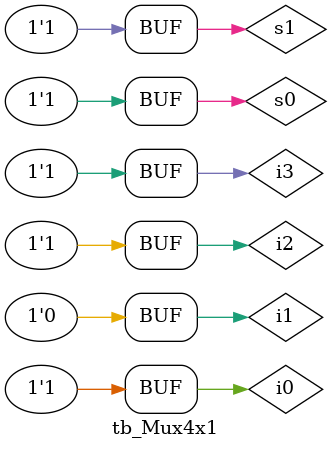
<source format=v>
module tb_Mux4x1();

  reg i0;
  reg i1;
  reg i2;
  reg i3;
  reg s0;
  reg s1;
  wire y;

Mux_4x1 M1(

  .i0(i0),
  .i1(i1),
  .i2(i2),
  .i3(i3),
  .s0(s0),
  .s1(s1),
  .y(y)
);
initial begin
  $monitor("i0=%d i1=%d i2=%d i3=%d s0=%d s1=%d y=%0d",i0,i1,i2,i3,s0,s1,y);
end
initial begin 
  $display("WOkkaliii ");
  #1; i0=0; i1=1; i2=0; i3=1; s0=0; s1=0;
  #1; i0=1; i1=0; i2=0; i3=0; s0=0; s1=1;
  #1; i0=1; i1=0; i2=1; i3=0; s0=1; s1=0;
  #1; i0=0; i1=1; i2=0; i3=1; s0=1; s1=1;
  #1; i0=1; i1=1; i2=1; i3=0; s0=0; s1=0;
  #1; i0=0; i1=0; i2=1; i3=1; s0=0; s1=1;
  #1; i0=0; i1=1; i2=0; i3=0; s0=1; s1=0;
  #1; i0=1; i1=0; i2=1; i3=1; s0=1; s1=1;
end

endmodule



</source>
